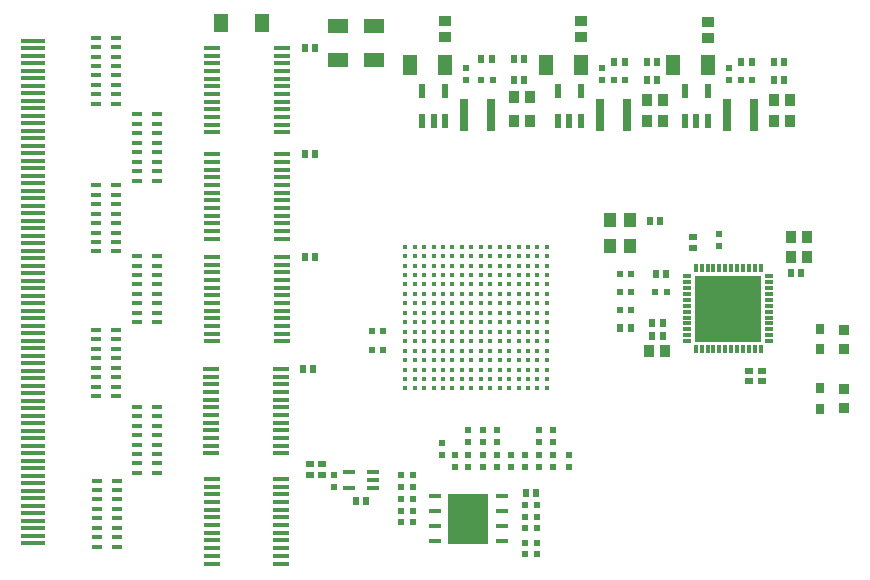
<source format=gtp>
G04*
G04 #@! TF.GenerationSoftware,Altium Limited,Altium Designer,24.4.1 (13)*
G04*
G04 Layer_Color=8421504*
%FSLAX44Y44*%
%MOMM*%
G71*
G04*
G04 #@! TF.SameCoordinates,56A84C12-20F9-439F-8F54-A8B2ACD22D1B*
G04*
G04*
G04 #@! TF.FilePolarity,Positive*
G04*
G01*
G75*
%ADD16R,0.6000X0.5000*%
%ADD17R,0.5000X0.6000*%
%ADD18R,0.6000X0.6400*%
%ADD19R,1.4750X0.4500*%
%ADD20R,1.0500X0.4000*%
%ADD21R,0.6400X0.6000*%
%ADD22R,0.9000X0.4500*%
%ADD23R,5.6000X5.6000*%
%ADD24R,0.3000X0.7000*%
%ADD25R,0.7000X0.3000*%
%ADD26R,0.6000X1.1500*%
%ADD27R,0.8000X2.7000*%
%ADD28R,1.0500X0.4500*%
%ADD29R,3.4500X4.3500*%
%ADD30R,1.2500X1.6500*%
%ADD31R,1.0000X0.9000*%
%ADD32C,0.4200*%
%ADD33R,1.8000X1.3000*%
%ADD34R,1.3000X1.8000*%
%ADD35R,0.8000X0.9000*%
%ADD36R,0.9000X1.0000*%
%ADD37R,0.9500X0.9000*%
%ADD38R,2.0000X0.3800*%
%ADD39R,1.1000X1.3000*%
D16*
X571000Y322000D02*
D03*
Y332000D02*
D03*
X560000Y342000D02*
D03*
Y332000D02*
D03*
X468000Y305000D02*
D03*
Y315000D02*
D03*
X695000Y660000D02*
D03*
Y650000D02*
D03*
X802500Y660000D02*
D03*
Y650000D02*
D03*
X642000Y332000D02*
D03*
Y322000D02*
D03*
X618000D02*
D03*
Y332000D02*
D03*
X630000Y322000D02*
D03*
Y332000D02*
D03*
X606000D02*
D03*
Y322000D02*
D03*
X594000Y332000D02*
D03*
Y322000D02*
D03*
X582000Y332000D02*
D03*
Y322000D02*
D03*
X594000Y343000D02*
D03*
Y353000D02*
D03*
X582000D02*
D03*
Y343000D02*
D03*
X606000Y353000D02*
D03*
Y343000D02*
D03*
X642000Y353000D02*
D03*
Y343000D02*
D03*
X654000Y353000D02*
D03*
Y343000D02*
D03*
Y332000D02*
D03*
Y322000D02*
D03*
X667000D02*
D03*
Y332000D02*
D03*
X794000Y509000D02*
D03*
Y519000D02*
D03*
X580000Y650000D02*
D03*
Y660000D02*
D03*
D17*
X535000Y295000D02*
D03*
X525000D02*
D03*
X535000Y315000D02*
D03*
X525000D02*
D03*
X630000Y258000D02*
D03*
X640000D02*
D03*
X630000Y280000D02*
D03*
X640000D02*
D03*
X710000Y470000D02*
D03*
X720000D02*
D03*
X710000Y485000D02*
D03*
X720000D02*
D03*
X710000Y455000D02*
D03*
X720000D02*
D03*
X510000Y421000D02*
D03*
X500000D02*
D03*
X640000Y290000D02*
D03*
X630000D02*
D03*
X535000Y275000D02*
D03*
X525000D02*
D03*
X630000Y248000D02*
D03*
X640000D02*
D03*
X535000Y285000D02*
D03*
X525000D02*
D03*
X740000Y470000D02*
D03*
X750000D02*
D03*
X500000Y437500D02*
D03*
X510000D02*
D03*
X630000Y270000D02*
D03*
X640000D02*
D03*
X535000Y305000D02*
D03*
X525000D02*
D03*
X812500Y650000D02*
D03*
X822500D02*
D03*
X705000D02*
D03*
X715000D02*
D03*
X592500D02*
D03*
X602500D02*
D03*
D18*
X495400Y293000D02*
D03*
X486600D02*
D03*
X719400Y440000D02*
D03*
X710600D02*
D03*
X639400Y300000D02*
D03*
X630600D02*
D03*
X593100Y667500D02*
D03*
X601900D02*
D03*
X620600Y650000D02*
D03*
X629400D02*
D03*
Y667500D02*
D03*
X620600D02*
D03*
X737600Y444000D02*
D03*
X746400D02*
D03*
X452400Y500000D02*
D03*
X443600D02*
D03*
X450400Y405000D02*
D03*
X441600D02*
D03*
X714400Y665000D02*
D03*
X705600D02*
D03*
X744400Y530000D02*
D03*
X735600D02*
D03*
X741900Y665000D02*
D03*
X733100D02*
D03*
X741900Y650000D02*
D03*
X733100D02*
D03*
X746400Y433000D02*
D03*
X737600D02*
D03*
X840600Y665000D02*
D03*
X849400D02*
D03*
X840600Y650000D02*
D03*
X849400D02*
D03*
X821900Y665000D02*
D03*
X813100D02*
D03*
X855100Y486000D02*
D03*
X863900D02*
D03*
X749400Y485000D02*
D03*
X740600D02*
D03*
X443600Y587000D02*
D03*
X452400D02*
D03*
X443600Y677000D02*
D03*
X452400D02*
D03*
D19*
X423380Y311750D02*
D03*
Y305250D02*
D03*
Y298750D02*
D03*
Y292250D02*
D03*
Y285750D02*
D03*
Y279250D02*
D03*
Y272750D02*
D03*
Y266250D02*
D03*
Y259750D02*
D03*
Y253250D02*
D03*
Y246750D02*
D03*
Y240250D02*
D03*
X364620D02*
D03*
Y246750D02*
D03*
Y253250D02*
D03*
Y259750D02*
D03*
Y266250D02*
D03*
Y272750D02*
D03*
Y279250D02*
D03*
Y285750D02*
D03*
Y292250D02*
D03*
Y298750D02*
D03*
Y305250D02*
D03*
Y311750D02*
D03*
X423000Y405000D02*
D03*
Y398500D02*
D03*
Y392000D02*
D03*
Y385500D02*
D03*
Y379000D02*
D03*
Y372500D02*
D03*
Y366000D02*
D03*
Y359500D02*
D03*
Y353000D02*
D03*
Y346500D02*
D03*
Y340000D02*
D03*
Y333500D02*
D03*
X364240D02*
D03*
Y340000D02*
D03*
Y346500D02*
D03*
Y353000D02*
D03*
Y359500D02*
D03*
Y366000D02*
D03*
Y372500D02*
D03*
Y379000D02*
D03*
Y385500D02*
D03*
Y392000D02*
D03*
Y398500D02*
D03*
Y405000D02*
D03*
X423880Y676750D02*
D03*
Y670250D02*
D03*
Y663750D02*
D03*
Y657250D02*
D03*
Y650750D02*
D03*
Y644250D02*
D03*
Y637750D02*
D03*
Y631250D02*
D03*
Y624750D02*
D03*
Y618250D02*
D03*
Y611750D02*
D03*
Y605250D02*
D03*
X365120D02*
D03*
Y611750D02*
D03*
Y618250D02*
D03*
Y624750D02*
D03*
Y631250D02*
D03*
Y637750D02*
D03*
Y644250D02*
D03*
Y650750D02*
D03*
Y657250D02*
D03*
Y663750D02*
D03*
Y670250D02*
D03*
Y676750D02*
D03*
X423880Y499750D02*
D03*
Y493250D02*
D03*
Y486750D02*
D03*
Y480250D02*
D03*
Y473750D02*
D03*
Y467250D02*
D03*
Y460750D02*
D03*
Y454250D02*
D03*
Y447750D02*
D03*
Y441250D02*
D03*
Y434750D02*
D03*
Y428250D02*
D03*
X365120D02*
D03*
Y434750D02*
D03*
Y441250D02*
D03*
Y447750D02*
D03*
Y454250D02*
D03*
Y460750D02*
D03*
Y467250D02*
D03*
Y473750D02*
D03*
Y480250D02*
D03*
Y486750D02*
D03*
Y493250D02*
D03*
Y499750D02*
D03*
X365120Y586750D02*
D03*
Y580250D02*
D03*
Y573750D02*
D03*
Y567250D02*
D03*
Y560750D02*
D03*
Y554250D02*
D03*
Y547750D02*
D03*
Y541250D02*
D03*
Y534750D02*
D03*
Y528250D02*
D03*
Y521750D02*
D03*
Y515250D02*
D03*
X423880D02*
D03*
Y521750D02*
D03*
Y528250D02*
D03*
Y534750D02*
D03*
Y541250D02*
D03*
Y547750D02*
D03*
Y554250D02*
D03*
Y560750D02*
D03*
Y567250D02*
D03*
Y573750D02*
D03*
Y580250D02*
D03*
Y586750D02*
D03*
D20*
X501000Y304500D02*
D03*
Y311000D02*
D03*
Y317500D02*
D03*
X481000D02*
D03*
Y304500D02*
D03*
D21*
X458000Y315600D02*
D03*
Y324400D02*
D03*
X448000Y324400D02*
D03*
Y315600D02*
D03*
X820000Y403400D02*
D03*
Y394600D02*
D03*
X772000Y507600D02*
D03*
Y516400D02*
D03*
X831000Y403400D02*
D03*
Y394600D02*
D03*
D22*
X301500Y444500D02*
D03*
Y452500D02*
D03*
Y468500D02*
D03*
Y460500D02*
D03*
Y484500D02*
D03*
Y500500D02*
D03*
Y492500D02*
D03*
Y476500D02*
D03*
X318500D02*
D03*
Y492500D02*
D03*
Y500500D02*
D03*
Y484500D02*
D03*
Y460500D02*
D03*
Y468500D02*
D03*
Y452500D02*
D03*
Y444500D02*
D03*
X266500Y382000D02*
D03*
Y390000D02*
D03*
Y406000D02*
D03*
Y398000D02*
D03*
Y422000D02*
D03*
Y438000D02*
D03*
Y430000D02*
D03*
Y414000D02*
D03*
X283500D02*
D03*
Y430000D02*
D03*
Y438000D02*
D03*
Y422000D02*
D03*
Y398000D02*
D03*
Y406000D02*
D03*
Y390000D02*
D03*
Y382000D02*
D03*
X301500Y317000D02*
D03*
Y325000D02*
D03*
Y341000D02*
D03*
Y333000D02*
D03*
Y357000D02*
D03*
Y373000D02*
D03*
Y365000D02*
D03*
Y349000D02*
D03*
X318500D02*
D03*
Y365000D02*
D03*
Y373000D02*
D03*
Y357000D02*
D03*
Y333000D02*
D03*
Y341000D02*
D03*
Y325000D02*
D03*
Y317000D02*
D03*
X301500Y564500D02*
D03*
Y572500D02*
D03*
Y588500D02*
D03*
Y580500D02*
D03*
Y604500D02*
D03*
Y620500D02*
D03*
Y612500D02*
D03*
Y596500D02*
D03*
X318500D02*
D03*
Y612500D02*
D03*
Y620500D02*
D03*
Y604500D02*
D03*
Y580500D02*
D03*
Y588500D02*
D03*
Y572500D02*
D03*
Y564500D02*
D03*
X284500Y254500D02*
D03*
Y262500D02*
D03*
Y278500D02*
D03*
Y270500D02*
D03*
Y294500D02*
D03*
Y310500D02*
D03*
Y302500D02*
D03*
Y286500D02*
D03*
X267500D02*
D03*
Y302500D02*
D03*
Y310500D02*
D03*
Y294500D02*
D03*
Y270500D02*
D03*
Y278500D02*
D03*
Y262500D02*
D03*
Y254500D02*
D03*
X283500Y504500D02*
D03*
Y512500D02*
D03*
Y528500D02*
D03*
Y520500D02*
D03*
Y544500D02*
D03*
Y560500D02*
D03*
Y552500D02*
D03*
Y536500D02*
D03*
X266500D02*
D03*
Y552500D02*
D03*
Y560500D02*
D03*
Y544500D02*
D03*
Y520500D02*
D03*
Y528500D02*
D03*
Y512500D02*
D03*
Y504500D02*
D03*
X283500Y629500D02*
D03*
Y637500D02*
D03*
Y653500D02*
D03*
Y645500D02*
D03*
Y669500D02*
D03*
Y685500D02*
D03*
Y677500D02*
D03*
Y661500D02*
D03*
X266500D02*
D03*
Y677500D02*
D03*
Y685500D02*
D03*
Y669500D02*
D03*
Y645500D02*
D03*
Y653500D02*
D03*
Y637500D02*
D03*
Y629500D02*
D03*
D23*
X802000Y456000D02*
D03*
D24*
X774500Y490500D02*
D03*
X779500D02*
D03*
X784500D02*
D03*
X789500D02*
D03*
X794500D02*
D03*
X799500D02*
D03*
X804500D02*
D03*
X809500D02*
D03*
X814500D02*
D03*
X819500D02*
D03*
X824500D02*
D03*
X829500D02*
D03*
Y421500D02*
D03*
X824500D02*
D03*
X819500D02*
D03*
X814500D02*
D03*
X809500D02*
D03*
X804500D02*
D03*
X799500D02*
D03*
X794500D02*
D03*
X789500D02*
D03*
X784500D02*
D03*
X779500D02*
D03*
X774500D02*
D03*
D25*
X836500Y483500D02*
D03*
Y478500D02*
D03*
Y473500D02*
D03*
Y468500D02*
D03*
Y463500D02*
D03*
Y458500D02*
D03*
Y453500D02*
D03*
Y448500D02*
D03*
Y443500D02*
D03*
Y438500D02*
D03*
Y433500D02*
D03*
Y428500D02*
D03*
X767500D02*
D03*
Y433500D02*
D03*
Y438500D02*
D03*
Y443500D02*
D03*
Y448500D02*
D03*
Y453500D02*
D03*
Y458500D02*
D03*
Y463500D02*
D03*
Y468500D02*
D03*
Y473500D02*
D03*
Y478500D02*
D03*
Y483500D02*
D03*
D26*
X543000Y640500D02*
D03*
X562000D02*
D03*
Y614500D02*
D03*
X552500D02*
D03*
X543000D02*
D03*
X658000Y640500D02*
D03*
X677000D02*
D03*
Y614500D02*
D03*
X667500D02*
D03*
X658000D02*
D03*
X765500Y640500D02*
D03*
X784500D02*
D03*
Y614500D02*
D03*
X775000D02*
D03*
X765500D02*
D03*
D27*
X824000Y620000D02*
D03*
X801000D02*
D03*
X693500D02*
D03*
X716500D02*
D03*
X578500D02*
D03*
X601500D02*
D03*
D28*
X553500Y297050D02*
D03*
Y284350D02*
D03*
Y271650D02*
D03*
Y258950D02*
D03*
X610500D02*
D03*
Y271650D02*
D03*
Y284350D02*
D03*
Y297050D02*
D03*
D29*
X582000Y278000D02*
D03*
D30*
X372750Y697500D02*
D03*
X407250D02*
D03*
D31*
X677500Y699250D02*
D03*
Y685750D02*
D03*
X785000Y685000D02*
D03*
Y698500D02*
D03*
X562500Y685750D02*
D03*
Y699250D02*
D03*
D32*
X528500Y508500D02*
D03*
X536500D02*
D03*
X544500D02*
D03*
X552500D02*
D03*
X560500D02*
D03*
X568500D02*
D03*
X576500D02*
D03*
X584500D02*
D03*
X592500D02*
D03*
X600500D02*
D03*
X608500D02*
D03*
X616500D02*
D03*
X624500D02*
D03*
X632500D02*
D03*
X640500D02*
D03*
X648500D02*
D03*
X528500Y500500D02*
D03*
X536500D02*
D03*
X544500D02*
D03*
X552500D02*
D03*
X560500D02*
D03*
X568500D02*
D03*
X576500D02*
D03*
X584500D02*
D03*
X592500D02*
D03*
X600500D02*
D03*
X608500D02*
D03*
X616500D02*
D03*
X624500D02*
D03*
X632500D02*
D03*
X640500D02*
D03*
X648500D02*
D03*
X528500Y492500D02*
D03*
X536500D02*
D03*
X544500D02*
D03*
X552500D02*
D03*
X560500D02*
D03*
X568500D02*
D03*
X576500D02*
D03*
X584500D02*
D03*
X592500D02*
D03*
X600500D02*
D03*
X608500D02*
D03*
X616500D02*
D03*
X624500D02*
D03*
X632500D02*
D03*
X640500D02*
D03*
X648500D02*
D03*
X528500Y484500D02*
D03*
X536500D02*
D03*
X544500D02*
D03*
X552500D02*
D03*
X560500D02*
D03*
X568500D02*
D03*
X576500D02*
D03*
X584500D02*
D03*
X592500D02*
D03*
X600500D02*
D03*
X608500D02*
D03*
X616500D02*
D03*
X624500D02*
D03*
X632500D02*
D03*
X640500D02*
D03*
X648500D02*
D03*
X528500Y476500D02*
D03*
X536500D02*
D03*
X544500D02*
D03*
X552500D02*
D03*
X560500D02*
D03*
X568500D02*
D03*
X576500D02*
D03*
X584500D02*
D03*
X592500D02*
D03*
X600500D02*
D03*
X608500D02*
D03*
X616500D02*
D03*
X624500D02*
D03*
X632500D02*
D03*
X640500D02*
D03*
X648500D02*
D03*
X528500Y468500D02*
D03*
X536500D02*
D03*
X544500D02*
D03*
X552500D02*
D03*
X560500D02*
D03*
X568500D02*
D03*
X576500D02*
D03*
X584500D02*
D03*
X592500D02*
D03*
X600500D02*
D03*
X608500D02*
D03*
X616500D02*
D03*
X624500D02*
D03*
X632500D02*
D03*
X640500D02*
D03*
X648500D02*
D03*
X528500Y460500D02*
D03*
X536500D02*
D03*
X544500D02*
D03*
X552500D02*
D03*
X560500D02*
D03*
X568500D02*
D03*
X576500D02*
D03*
X584500D02*
D03*
X592500D02*
D03*
X600500D02*
D03*
X608500D02*
D03*
X616500D02*
D03*
X624500D02*
D03*
X632500D02*
D03*
X640500D02*
D03*
X648500D02*
D03*
X528500Y452500D02*
D03*
X536500D02*
D03*
X544500D02*
D03*
X552500D02*
D03*
X560500D02*
D03*
X568500D02*
D03*
X576500D02*
D03*
X584500D02*
D03*
X592500D02*
D03*
X600500D02*
D03*
X608500D02*
D03*
X616500D02*
D03*
X624500D02*
D03*
X632500D02*
D03*
X640500D02*
D03*
X648500D02*
D03*
X528500Y444500D02*
D03*
X536500D02*
D03*
X544500D02*
D03*
X552500D02*
D03*
X560500D02*
D03*
X568500D02*
D03*
X576500D02*
D03*
X584500D02*
D03*
X592500D02*
D03*
X600500D02*
D03*
X608500D02*
D03*
X616500D02*
D03*
X624500D02*
D03*
X632500D02*
D03*
X640500D02*
D03*
X648500D02*
D03*
X528500Y436500D02*
D03*
X536500D02*
D03*
X544500D02*
D03*
X552500D02*
D03*
X560500D02*
D03*
X568500D02*
D03*
X576500D02*
D03*
X584500D02*
D03*
X592500D02*
D03*
X600500D02*
D03*
X608500D02*
D03*
X616500D02*
D03*
X624500D02*
D03*
X632500D02*
D03*
X640500D02*
D03*
X648500D02*
D03*
X528500Y428500D02*
D03*
X536500D02*
D03*
X544500D02*
D03*
X552500D02*
D03*
X560500D02*
D03*
X568500D02*
D03*
X576500D02*
D03*
X584500D02*
D03*
X592500D02*
D03*
X600500D02*
D03*
X608500D02*
D03*
X616500D02*
D03*
X624500D02*
D03*
X632500D02*
D03*
X640500D02*
D03*
X648500D02*
D03*
X528500Y420500D02*
D03*
X536500D02*
D03*
X544500D02*
D03*
X552500D02*
D03*
X560500D02*
D03*
X568500D02*
D03*
X576500D02*
D03*
X584500D02*
D03*
X592500D02*
D03*
X600500D02*
D03*
X608500D02*
D03*
X616500D02*
D03*
X624500D02*
D03*
X632500D02*
D03*
X640500D02*
D03*
X648500D02*
D03*
X528500Y412500D02*
D03*
X536500D02*
D03*
X544500D02*
D03*
X552500D02*
D03*
X560500D02*
D03*
X568500D02*
D03*
X576500D02*
D03*
X584500D02*
D03*
X592500D02*
D03*
X600500D02*
D03*
X608500D02*
D03*
X616500D02*
D03*
X624500D02*
D03*
X632500D02*
D03*
X640500D02*
D03*
X648500D02*
D03*
X528500Y404500D02*
D03*
X536500D02*
D03*
X544500D02*
D03*
X552500D02*
D03*
X560500D02*
D03*
X568500D02*
D03*
X576500D02*
D03*
X584500D02*
D03*
X592500D02*
D03*
X600500D02*
D03*
X608500D02*
D03*
X616500D02*
D03*
X624500D02*
D03*
X632500D02*
D03*
X640500D02*
D03*
X648500D02*
D03*
X528500Y396500D02*
D03*
X536500D02*
D03*
X544500D02*
D03*
X552500D02*
D03*
X560500D02*
D03*
X568500D02*
D03*
X576500D02*
D03*
X584500D02*
D03*
X592500D02*
D03*
X600500D02*
D03*
X608500D02*
D03*
X616500D02*
D03*
X624500D02*
D03*
X632500D02*
D03*
X640500D02*
D03*
X648500D02*
D03*
X528500Y388500D02*
D03*
X536500D02*
D03*
X544500D02*
D03*
X552500D02*
D03*
X560500D02*
D03*
X568500D02*
D03*
X576500D02*
D03*
X584500D02*
D03*
X592500D02*
D03*
X600500D02*
D03*
X608500D02*
D03*
X616500D02*
D03*
X624500D02*
D03*
X632500D02*
D03*
X640500D02*
D03*
X648500D02*
D03*
D33*
X502000Y695500D02*
D03*
Y666500D02*
D03*
X472000Y695500D02*
D03*
Y666500D02*
D03*
D34*
X755500Y662500D02*
D03*
X784500D02*
D03*
X648000D02*
D03*
X677000D02*
D03*
X533000D02*
D03*
X562000D02*
D03*
D35*
X880000Y371500D02*
D03*
Y388500D02*
D03*
Y421500D02*
D03*
Y438500D02*
D03*
D36*
X854250Y615000D02*
D03*
X840750D02*
D03*
X634250Y635000D02*
D03*
X620750D02*
D03*
X854250Y632500D02*
D03*
X840750D02*
D03*
X748750Y420000D02*
D03*
X735250D02*
D03*
X733250Y615000D02*
D03*
X746750D02*
D03*
X868750Y500000D02*
D03*
X855250D02*
D03*
X868750Y517000D02*
D03*
X855250D02*
D03*
X733250Y632500D02*
D03*
X746750D02*
D03*
X634250Y615000D02*
D03*
X620750D02*
D03*
D37*
X900000Y372000D02*
D03*
Y388000D02*
D03*
Y422000D02*
D03*
Y438000D02*
D03*
D38*
X213000Y644625D02*
D03*
Y638275D02*
D03*
Y631925D02*
D03*
Y625575D02*
D03*
Y682725D02*
D03*
Y670025D02*
D03*
Y657325D02*
D03*
Y619225D02*
D03*
Y606525D02*
D03*
Y593825D02*
D03*
Y581125D02*
D03*
Y568425D02*
D03*
Y555725D02*
D03*
Y543025D02*
D03*
Y530325D02*
D03*
Y517625D02*
D03*
Y504925D02*
D03*
Y492225D02*
D03*
Y479525D02*
D03*
Y466825D02*
D03*
Y454125D02*
D03*
Y441425D02*
D03*
Y428725D02*
D03*
Y416025D02*
D03*
Y403325D02*
D03*
Y390625D02*
D03*
Y377925D02*
D03*
Y365225D02*
D03*
Y352525D02*
D03*
Y339825D02*
D03*
Y327125D02*
D03*
Y314425D02*
D03*
Y301725D02*
D03*
Y289025D02*
D03*
Y276325D02*
D03*
Y263625D02*
D03*
Y676375D02*
D03*
Y663675D02*
D03*
Y650975D02*
D03*
Y612875D02*
D03*
Y600175D02*
D03*
Y587475D02*
D03*
Y574775D02*
D03*
Y562075D02*
D03*
Y549375D02*
D03*
Y536675D02*
D03*
Y523975D02*
D03*
Y511275D02*
D03*
Y498575D02*
D03*
Y485875D02*
D03*
Y473175D02*
D03*
Y460475D02*
D03*
Y447775D02*
D03*
Y435075D02*
D03*
Y422375D02*
D03*
Y409675D02*
D03*
Y396975D02*
D03*
Y384275D02*
D03*
Y371575D02*
D03*
Y358875D02*
D03*
Y346175D02*
D03*
Y333475D02*
D03*
Y320775D02*
D03*
Y308075D02*
D03*
Y295375D02*
D03*
Y282675D02*
D03*
Y269975D02*
D03*
Y257275D02*
D03*
D39*
X701500Y531000D02*
D03*
X718500D02*
D03*
X701500Y509000D02*
D03*
X718500D02*
D03*
M02*

</source>
